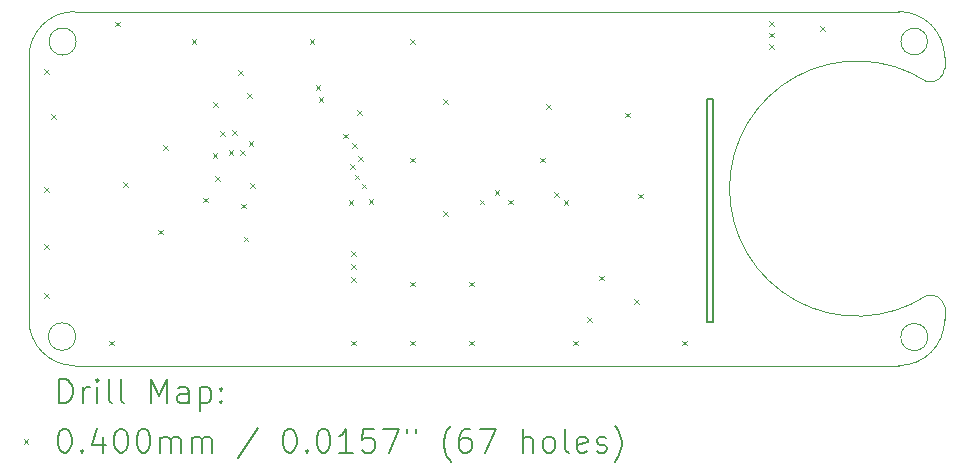
<source format=gbr>
%TF.GenerationSoftware,KiCad,Pcbnew,8.0.8-8.0.8-0~ubuntu22.04.1*%
%TF.CreationDate,2025-02-03T23:54:16+00:00*%
%TF.ProjectId,numcalcium,6e756d63-616c-4636-9975-6d2e6b696361,rev?*%
%TF.SameCoordinates,Original*%
%TF.FileFunction,Drillmap*%
%TF.FilePolarity,Positive*%
%FSLAX45Y45*%
G04 Gerber Fmt 4.5, Leading zero omitted, Abs format (unit mm)*
G04 Created by KiCad (PCBNEW 8.0.8-8.0.8-0~ubuntu22.04.1) date 2025-02-03 23:54:16*
%MOMM*%
%LPD*%
G01*
G04 APERTURE LIST*
%ADD10C,0.100000*%
%ADD11C,0.150000*%
%ADD12C,0.200000*%
G04 APERTURE END LIST*
D10*
X7704836Y4023909D02*
X7704200Y3928600D01*
D11*
X5689200Y3668420D02*
X5743340Y3668420D01*
X5743340Y1784140D01*
X5689200Y1784140D01*
X5689200Y3668420D01*
D10*
X7563045Y1654264D02*
G75*
G02*
X7333371Y1654264I-114837J0D01*
G01*
X7333371Y1654264D02*
G75*
G02*
X7563045Y1654264I114837J0D01*
G01*
X352121Y4156164D02*
G75*
G02*
X123289Y4156164I-114416J0D01*
G01*
X123289Y4156164D02*
G75*
G02*
X352121Y4156164I114416J0D01*
G01*
X348908Y1658554D02*
G75*
G02*
X116025Y1658554I-116441J0D01*
G01*
X116025Y1658554D02*
G75*
G02*
X348908Y1658554I116441J0D01*
G01*
X7704836Y1799220D02*
X7704325Y1912234D01*
X7318580Y4410169D02*
G75*
G02*
X7704838Y4023909I10J-386249D01*
G01*
X-47420Y4023909D02*
X-47420Y1799220D01*
X7704836Y1799220D02*
G75*
G02*
X7318580Y1412964I-386270J14D01*
G01*
X338836Y1412964D02*
G75*
G02*
X-47420Y1799220I-1J386255D01*
G01*
X7318580Y4410164D02*
X338836Y4410164D01*
X7704200Y3928600D02*
G75*
G02*
X7550835Y3818223I-120000J5000D01*
G01*
X7559880Y4156164D02*
G75*
G02*
X7335228Y4156164I-112326J0D01*
G01*
X7335228Y4156164D02*
G75*
G02*
X7559880Y4156164I112326J0D01*
G01*
X7550885Y2004009D02*
G75*
G02*
X7550835Y3818223I-586685J907091D01*
G01*
X-47420Y4023909D02*
G75*
G02*
X338836Y4410164I386255J0D01*
G01*
X7550885Y2004009D02*
G75*
G02*
X7704327Y1912235I37185J-111989D01*
G01*
X7318580Y1412964D02*
X338836Y1412964D01*
D12*
D10*
X79200Y3923600D02*
X119200Y3883600D01*
X119200Y3923600D02*
X79200Y3883600D01*
X79200Y2923600D02*
X119200Y2883600D01*
X119200Y2923600D02*
X79200Y2883600D01*
X79200Y2443600D02*
X119200Y2403600D01*
X119200Y2443600D02*
X79200Y2403600D01*
X79200Y2023600D02*
X119200Y1983600D01*
X119200Y2023600D02*
X79200Y1983600D01*
X139200Y3543600D02*
X179200Y3503600D01*
X179200Y3543600D02*
X139200Y3503600D01*
X629200Y1623600D02*
X669200Y1583600D01*
X669200Y1623600D02*
X629200Y1583600D01*
X679200Y4323600D02*
X719200Y4283600D01*
X719200Y4323600D02*
X679200Y4283600D01*
X749200Y2963600D02*
X789200Y2923600D01*
X789200Y2963600D02*
X749200Y2923600D01*
X1049200Y2563600D02*
X1089200Y2523600D01*
X1089200Y2563600D02*
X1049200Y2523600D01*
X1089200Y3276760D02*
X1129200Y3236760D01*
X1129200Y3276760D02*
X1089200Y3236760D01*
X1329200Y4173600D02*
X1369200Y4133600D01*
X1369200Y4173600D02*
X1329200Y4133600D01*
X1429200Y2833600D02*
X1469200Y2793600D01*
X1469200Y2833600D02*
X1429200Y2793600D01*
X1507292Y3208197D02*
X1547292Y3168197D01*
X1547292Y3208197D02*
X1507292Y3168197D01*
X1509200Y3643600D02*
X1549200Y3603600D01*
X1549200Y3643600D02*
X1509200Y3603600D01*
X1529200Y3013600D02*
X1569200Y2973600D01*
X1569200Y3013600D02*
X1529200Y2973600D01*
X1572491Y3398764D02*
X1612491Y3358764D01*
X1612491Y3398764D02*
X1572491Y3358764D01*
X1644292Y3235441D02*
X1684292Y3195441D01*
X1684292Y3235441D02*
X1644292Y3195441D01*
X1671639Y3405260D02*
X1711639Y3365260D01*
X1711639Y3405260D02*
X1671639Y3365260D01*
X1725076Y3915580D02*
X1765076Y3875580D01*
X1765076Y3915580D02*
X1725076Y3875580D01*
X1740292Y3235441D02*
X1780292Y3195441D01*
X1780292Y3235441D02*
X1740292Y3195441D01*
X1749200Y2783600D02*
X1789200Y2743600D01*
X1789200Y2783600D02*
X1749200Y2743600D01*
X1769200Y2503600D02*
X1809200Y2463600D01*
X1809200Y2503600D02*
X1769200Y2463600D01*
X1800076Y3718260D02*
X1840076Y3678260D01*
X1840076Y3718260D02*
X1800076Y3678260D01*
X1812488Y3310903D02*
X1852488Y3270903D01*
X1852488Y3310903D02*
X1812488Y3270903D01*
X1825076Y2959860D02*
X1865076Y2919860D01*
X1865076Y2959860D02*
X1825076Y2919860D01*
X2329200Y4173600D02*
X2369200Y4133600D01*
X2369200Y4173600D02*
X2329200Y4133600D01*
X2380076Y3788260D02*
X2420076Y3748260D01*
X2420076Y3788260D02*
X2380076Y3748260D01*
X2405076Y3688260D02*
X2445076Y3648260D01*
X2445076Y3688260D02*
X2405076Y3648260D01*
X2610076Y3377260D02*
X2650076Y3337260D01*
X2650076Y3377260D02*
X2610076Y3337260D01*
X2660076Y2813260D02*
X2700076Y2773260D01*
X2700076Y2813260D02*
X2660076Y2773260D01*
X2671406Y3116174D02*
X2711406Y3076174D01*
X2711406Y3116174D02*
X2671406Y3076174D01*
X2679200Y1623600D02*
X2719200Y1583600D01*
X2719200Y1623600D02*
X2679200Y1583600D01*
X2680076Y2383260D02*
X2720076Y2343260D01*
X2720076Y2383260D02*
X2680076Y2343260D01*
X2680076Y2273260D02*
X2720076Y2233260D01*
X2720076Y2273260D02*
X2680076Y2233260D01*
X2680076Y2163260D02*
X2720076Y2123260D01*
X2720076Y2163260D02*
X2680076Y2123260D01*
X2690076Y3293260D02*
X2730076Y3253260D01*
X2730076Y3293260D02*
X2690076Y3253260D01*
X2710374Y3028438D02*
X2750374Y2988438D01*
X2750374Y3028438D02*
X2710374Y2988438D01*
X2729200Y3573600D02*
X2769200Y3533600D01*
X2769200Y3573600D02*
X2729200Y3533600D01*
X2740076Y3183260D02*
X2780076Y3143260D01*
X2780076Y3183260D02*
X2740076Y3143260D01*
X2770076Y2953260D02*
X2810076Y2913260D01*
X2810076Y2953260D02*
X2770076Y2913260D01*
X2829200Y2823600D02*
X2869200Y2783600D01*
X2869200Y2823600D02*
X2829200Y2783600D01*
X3179200Y4173600D02*
X3219200Y4133600D01*
X3219200Y4173600D02*
X3179200Y4133600D01*
X3179200Y3173600D02*
X3219200Y3133600D01*
X3219200Y3173600D02*
X3179200Y3133600D01*
X3179200Y2123600D02*
X3219200Y2083600D01*
X3219200Y2123600D02*
X3179200Y2083600D01*
X3179200Y1623600D02*
X3219200Y1583600D01*
X3219200Y1623600D02*
X3179200Y1583600D01*
X3458476Y3668260D02*
X3498476Y3628260D01*
X3498476Y3668260D02*
X3458476Y3628260D01*
X3458476Y2718260D02*
X3498476Y2678260D01*
X3498476Y2718260D02*
X3458476Y2678260D01*
X3679200Y2123600D02*
X3719200Y2083600D01*
X3719200Y2123600D02*
X3679200Y2083600D01*
X3679200Y1623600D02*
X3719200Y1583600D01*
X3719200Y1623600D02*
X3679200Y1583600D01*
X3768476Y2818260D02*
X3808476Y2778260D01*
X3808476Y2818260D02*
X3768476Y2778260D01*
X3894849Y2898760D02*
X3934849Y2858760D01*
X3934849Y2898760D02*
X3894849Y2858760D01*
X4008476Y2818260D02*
X4048476Y2778260D01*
X4048476Y2818260D02*
X4008476Y2778260D01*
X4279200Y3173600D02*
X4319200Y3133600D01*
X4319200Y3173600D02*
X4279200Y3133600D01*
X4329200Y3623600D02*
X4369200Y3583600D01*
X4369200Y3623600D02*
X4329200Y3583600D01*
X4399200Y2881568D02*
X4439200Y2841568D01*
X4439200Y2881568D02*
X4399200Y2841568D01*
X4478668Y2813068D02*
X4518668Y2773068D01*
X4518668Y2813068D02*
X4478668Y2773068D01*
X4559200Y1623600D02*
X4599200Y1583600D01*
X4599200Y1623600D02*
X4559200Y1583600D01*
X4679200Y1823600D02*
X4719200Y1783600D01*
X4719200Y1823600D02*
X4679200Y1783600D01*
X4779200Y2173600D02*
X4819200Y2133600D01*
X4819200Y2173600D02*
X4779200Y2133600D01*
X4999200Y3553600D02*
X5039200Y3513600D01*
X5039200Y3553600D02*
X4999200Y3513600D01*
X5079200Y1973600D02*
X5119200Y1933600D01*
X5119200Y1973600D02*
X5079200Y1933600D01*
X5108476Y2868260D02*
X5148476Y2828260D01*
X5148476Y2868260D02*
X5108476Y2828260D01*
X5479945Y1623600D02*
X5519945Y1583600D01*
X5519945Y1623600D02*
X5479945Y1583600D01*
X6217272Y4327104D02*
X6257272Y4287104D01*
X6257272Y4327104D02*
X6217272Y4287104D01*
X6219200Y4134600D02*
X6259200Y4094600D01*
X6259200Y4134600D02*
X6219200Y4094600D01*
X6220729Y4231166D02*
X6260729Y4191166D01*
X6260729Y4231166D02*
X6220729Y4191166D01*
X6649200Y4283600D02*
X6689200Y4243600D01*
X6689200Y4283600D02*
X6649200Y4243600D01*
D12*
X208357Y1096480D02*
X208357Y1296480D01*
X208357Y1296480D02*
X255976Y1296480D01*
X255976Y1296480D02*
X284548Y1286957D01*
X284548Y1286957D02*
X303595Y1267909D01*
X303595Y1267909D02*
X313119Y1248861D01*
X313119Y1248861D02*
X322643Y1210766D01*
X322643Y1210766D02*
X322643Y1182195D01*
X322643Y1182195D02*
X313119Y1144099D01*
X313119Y1144099D02*
X303595Y1125052D01*
X303595Y1125052D02*
X284548Y1106004D01*
X284548Y1106004D02*
X255976Y1096480D01*
X255976Y1096480D02*
X208357Y1096480D01*
X408357Y1096480D02*
X408357Y1229814D01*
X408357Y1191718D02*
X417881Y1210766D01*
X417881Y1210766D02*
X427405Y1220290D01*
X427405Y1220290D02*
X446452Y1229814D01*
X446452Y1229814D02*
X465500Y1229814D01*
X532167Y1096480D02*
X532167Y1229814D01*
X532167Y1296480D02*
X522643Y1286957D01*
X522643Y1286957D02*
X532167Y1277433D01*
X532167Y1277433D02*
X541690Y1286957D01*
X541690Y1286957D02*
X532167Y1296480D01*
X532167Y1296480D02*
X532167Y1277433D01*
X655976Y1096480D02*
X636928Y1106004D01*
X636928Y1106004D02*
X627405Y1125052D01*
X627405Y1125052D02*
X627405Y1296480D01*
X760738Y1096480D02*
X741690Y1106004D01*
X741690Y1106004D02*
X732166Y1125052D01*
X732166Y1125052D02*
X732166Y1296480D01*
X989309Y1096480D02*
X989309Y1296480D01*
X989309Y1296480D02*
X1055976Y1153623D01*
X1055976Y1153623D02*
X1122643Y1296480D01*
X1122643Y1296480D02*
X1122643Y1096480D01*
X1303595Y1096480D02*
X1303595Y1201242D01*
X1303595Y1201242D02*
X1294071Y1220290D01*
X1294071Y1220290D02*
X1275024Y1229814D01*
X1275024Y1229814D02*
X1236928Y1229814D01*
X1236928Y1229814D02*
X1217881Y1220290D01*
X1303595Y1106004D02*
X1284548Y1096480D01*
X1284548Y1096480D02*
X1236928Y1096480D01*
X1236928Y1096480D02*
X1217881Y1106004D01*
X1217881Y1106004D02*
X1208357Y1125052D01*
X1208357Y1125052D02*
X1208357Y1144099D01*
X1208357Y1144099D02*
X1217881Y1163147D01*
X1217881Y1163147D02*
X1236928Y1172671D01*
X1236928Y1172671D02*
X1284548Y1172671D01*
X1284548Y1172671D02*
X1303595Y1182195D01*
X1398833Y1229814D02*
X1398833Y1029814D01*
X1398833Y1220290D02*
X1417881Y1229814D01*
X1417881Y1229814D02*
X1455976Y1229814D01*
X1455976Y1229814D02*
X1475024Y1220290D01*
X1475024Y1220290D02*
X1484547Y1210766D01*
X1484547Y1210766D02*
X1494071Y1191718D01*
X1494071Y1191718D02*
X1494071Y1134576D01*
X1494071Y1134576D02*
X1484547Y1115528D01*
X1484547Y1115528D02*
X1475024Y1106004D01*
X1475024Y1106004D02*
X1455976Y1096480D01*
X1455976Y1096480D02*
X1417881Y1096480D01*
X1417881Y1096480D02*
X1398833Y1106004D01*
X1579786Y1115528D02*
X1589309Y1106004D01*
X1589309Y1106004D02*
X1579786Y1096480D01*
X1579786Y1096480D02*
X1570262Y1106004D01*
X1570262Y1106004D02*
X1579786Y1115528D01*
X1579786Y1115528D02*
X1579786Y1096480D01*
X1579786Y1220290D02*
X1589309Y1210766D01*
X1589309Y1210766D02*
X1579786Y1201242D01*
X1579786Y1201242D02*
X1570262Y1210766D01*
X1570262Y1210766D02*
X1579786Y1220290D01*
X1579786Y1220290D02*
X1579786Y1201242D01*
D10*
X-92420Y787964D02*
X-52420Y747964D01*
X-52420Y787964D02*
X-92420Y747964D01*
D12*
X246452Y876480D02*
X265500Y876480D01*
X265500Y876480D02*
X284548Y866956D01*
X284548Y866956D02*
X294071Y857433D01*
X294071Y857433D02*
X303595Y838385D01*
X303595Y838385D02*
X313119Y800290D01*
X313119Y800290D02*
X313119Y752671D01*
X313119Y752671D02*
X303595Y714576D01*
X303595Y714576D02*
X294071Y695528D01*
X294071Y695528D02*
X284548Y686004D01*
X284548Y686004D02*
X265500Y676480D01*
X265500Y676480D02*
X246452Y676480D01*
X246452Y676480D02*
X227405Y686004D01*
X227405Y686004D02*
X217881Y695528D01*
X217881Y695528D02*
X208357Y714576D01*
X208357Y714576D02*
X198833Y752671D01*
X198833Y752671D02*
X198833Y800290D01*
X198833Y800290D02*
X208357Y838385D01*
X208357Y838385D02*
X217881Y857433D01*
X217881Y857433D02*
X227405Y866956D01*
X227405Y866956D02*
X246452Y876480D01*
X398833Y695528D02*
X408357Y686004D01*
X408357Y686004D02*
X398833Y676480D01*
X398833Y676480D02*
X389309Y686004D01*
X389309Y686004D02*
X398833Y695528D01*
X398833Y695528D02*
X398833Y676480D01*
X579786Y809814D02*
X579786Y676480D01*
X532167Y886004D02*
X484547Y743147D01*
X484547Y743147D02*
X608357Y743147D01*
X722643Y876480D02*
X741690Y876480D01*
X741690Y876480D02*
X760738Y866956D01*
X760738Y866956D02*
X770262Y857433D01*
X770262Y857433D02*
X779786Y838385D01*
X779786Y838385D02*
X789309Y800290D01*
X789309Y800290D02*
X789309Y752671D01*
X789309Y752671D02*
X779786Y714576D01*
X779786Y714576D02*
X770262Y695528D01*
X770262Y695528D02*
X760738Y686004D01*
X760738Y686004D02*
X741690Y676480D01*
X741690Y676480D02*
X722643Y676480D01*
X722643Y676480D02*
X703595Y686004D01*
X703595Y686004D02*
X694071Y695528D01*
X694071Y695528D02*
X684548Y714576D01*
X684548Y714576D02*
X675024Y752671D01*
X675024Y752671D02*
X675024Y800290D01*
X675024Y800290D02*
X684548Y838385D01*
X684548Y838385D02*
X694071Y857433D01*
X694071Y857433D02*
X703595Y866956D01*
X703595Y866956D02*
X722643Y876480D01*
X913119Y876480D02*
X932167Y876480D01*
X932167Y876480D02*
X951214Y866956D01*
X951214Y866956D02*
X960738Y857433D01*
X960738Y857433D02*
X970262Y838385D01*
X970262Y838385D02*
X979786Y800290D01*
X979786Y800290D02*
X979786Y752671D01*
X979786Y752671D02*
X970262Y714576D01*
X970262Y714576D02*
X960738Y695528D01*
X960738Y695528D02*
X951214Y686004D01*
X951214Y686004D02*
X932167Y676480D01*
X932167Y676480D02*
X913119Y676480D01*
X913119Y676480D02*
X894071Y686004D01*
X894071Y686004D02*
X884547Y695528D01*
X884547Y695528D02*
X875024Y714576D01*
X875024Y714576D02*
X865500Y752671D01*
X865500Y752671D02*
X865500Y800290D01*
X865500Y800290D02*
X875024Y838385D01*
X875024Y838385D02*
X884547Y857433D01*
X884547Y857433D02*
X894071Y866956D01*
X894071Y866956D02*
X913119Y876480D01*
X1065500Y676480D02*
X1065500Y809814D01*
X1065500Y790766D02*
X1075024Y800290D01*
X1075024Y800290D02*
X1094071Y809814D01*
X1094071Y809814D02*
X1122643Y809814D01*
X1122643Y809814D02*
X1141690Y800290D01*
X1141690Y800290D02*
X1151214Y781242D01*
X1151214Y781242D02*
X1151214Y676480D01*
X1151214Y781242D02*
X1160738Y800290D01*
X1160738Y800290D02*
X1179786Y809814D01*
X1179786Y809814D02*
X1208357Y809814D01*
X1208357Y809814D02*
X1227405Y800290D01*
X1227405Y800290D02*
X1236929Y781242D01*
X1236929Y781242D02*
X1236929Y676480D01*
X1332167Y676480D02*
X1332167Y809814D01*
X1332167Y790766D02*
X1341690Y800290D01*
X1341690Y800290D02*
X1360738Y809814D01*
X1360738Y809814D02*
X1389310Y809814D01*
X1389310Y809814D02*
X1408357Y800290D01*
X1408357Y800290D02*
X1417881Y781242D01*
X1417881Y781242D02*
X1417881Y676480D01*
X1417881Y781242D02*
X1427405Y800290D01*
X1427405Y800290D02*
X1446452Y809814D01*
X1446452Y809814D02*
X1475024Y809814D01*
X1475024Y809814D02*
X1494071Y800290D01*
X1494071Y800290D02*
X1503595Y781242D01*
X1503595Y781242D02*
X1503595Y676480D01*
X1894071Y886004D02*
X1722643Y628861D01*
X2151214Y876480D02*
X2170262Y876480D01*
X2170262Y876480D02*
X2189310Y866956D01*
X2189310Y866956D02*
X2198833Y857433D01*
X2198833Y857433D02*
X2208357Y838385D01*
X2208357Y838385D02*
X2217881Y800290D01*
X2217881Y800290D02*
X2217881Y752671D01*
X2217881Y752671D02*
X2208357Y714576D01*
X2208357Y714576D02*
X2198833Y695528D01*
X2198833Y695528D02*
X2189310Y686004D01*
X2189310Y686004D02*
X2170262Y676480D01*
X2170262Y676480D02*
X2151214Y676480D01*
X2151214Y676480D02*
X2132167Y686004D01*
X2132167Y686004D02*
X2122643Y695528D01*
X2122643Y695528D02*
X2113119Y714576D01*
X2113119Y714576D02*
X2103595Y752671D01*
X2103595Y752671D02*
X2103595Y800290D01*
X2103595Y800290D02*
X2113119Y838385D01*
X2113119Y838385D02*
X2122643Y857433D01*
X2122643Y857433D02*
X2132167Y866956D01*
X2132167Y866956D02*
X2151214Y876480D01*
X2303595Y695528D02*
X2313119Y686004D01*
X2313119Y686004D02*
X2303595Y676480D01*
X2303595Y676480D02*
X2294072Y686004D01*
X2294072Y686004D02*
X2303595Y695528D01*
X2303595Y695528D02*
X2303595Y676480D01*
X2436929Y876480D02*
X2455976Y876480D01*
X2455976Y876480D02*
X2475024Y866956D01*
X2475024Y866956D02*
X2484548Y857433D01*
X2484548Y857433D02*
X2494072Y838385D01*
X2494072Y838385D02*
X2503595Y800290D01*
X2503595Y800290D02*
X2503595Y752671D01*
X2503595Y752671D02*
X2494072Y714576D01*
X2494072Y714576D02*
X2484548Y695528D01*
X2484548Y695528D02*
X2475024Y686004D01*
X2475024Y686004D02*
X2455976Y676480D01*
X2455976Y676480D02*
X2436929Y676480D01*
X2436929Y676480D02*
X2417881Y686004D01*
X2417881Y686004D02*
X2408357Y695528D01*
X2408357Y695528D02*
X2398833Y714576D01*
X2398833Y714576D02*
X2389310Y752671D01*
X2389310Y752671D02*
X2389310Y800290D01*
X2389310Y800290D02*
X2398833Y838385D01*
X2398833Y838385D02*
X2408357Y857433D01*
X2408357Y857433D02*
X2417881Y866956D01*
X2417881Y866956D02*
X2436929Y876480D01*
X2694072Y676480D02*
X2579786Y676480D01*
X2636929Y676480D02*
X2636929Y876480D01*
X2636929Y876480D02*
X2617881Y847909D01*
X2617881Y847909D02*
X2598833Y828861D01*
X2598833Y828861D02*
X2579786Y819337D01*
X2875024Y876480D02*
X2779786Y876480D01*
X2779786Y876480D02*
X2770262Y781242D01*
X2770262Y781242D02*
X2779786Y790766D01*
X2779786Y790766D02*
X2798833Y800290D01*
X2798833Y800290D02*
X2846452Y800290D01*
X2846452Y800290D02*
X2865500Y790766D01*
X2865500Y790766D02*
X2875024Y781242D01*
X2875024Y781242D02*
X2884548Y762195D01*
X2884548Y762195D02*
X2884548Y714576D01*
X2884548Y714576D02*
X2875024Y695528D01*
X2875024Y695528D02*
X2865500Y686004D01*
X2865500Y686004D02*
X2846452Y676480D01*
X2846452Y676480D02*
X2798833Y676480D01*
X2798833Y676480D02*
X2779786Y686004D01*
X2779786Y686004D02*
X2770262Y695528D01*
X2951214Y876480D02*
X3084548Y876480D01*
X3084548Y876480D02*
X2998833Y676480D01*
X3151214Y876480D02*
X3151214Y838385D01*
X3227405Y876480D02*
X3227405Y838385D01*
X3522643Y600290D02*
X3513119Y609814D01*
X3513119Y609814D02*
X3494072Y638385D01*
X3494072Y638385D02*
X3484548Y657433D01*
X3484548Y657433D02*
X3475024Y686004D01*
X3475024Y686004D02*
X3465500Y733623D01*
X3465500Y733623D02*
X3465500Y771718D01*
X3465500Y771718D02*
X3475024Y819337D01*
X3475024Y819337D02*
X3484548Y847909D01*
X3484548Y847909D02*
X3494072Y866956D01*
X3494072Y866956D02*
X3513119Y895528D01*
X3513119Y895528D02*
X3522643Y905052D01*
X3684548Y876480D02*
X3646452Y876480D01*
X3646452Y876480D02*
X3627405Y866956D01*
X3627405Y866956D02*
X3617881Y857433D01*
X3617881Y857433D02*
X3598833Y828861D01*
X3598833Y828861D02*
X3589310Y790766D01*
X3589310Y790766D02*
X3589310Y714576D01*
X3589310Y714576D02*
X3598833Y695528D01*
X3598833Y695528D02*
X3608357Y686004D01*
X3608357Y686004D02*
X3627405Y676480D01*
X3627405Y676480D02*
X3665500Y676480D01*
X3665500Y676480D02*
X3684548Y686004D01*
X3684548Y686004D02*
X3694072Y695528D01*
X3694072Y695528D02*
X3703595Y714576D01*
X3703595Y714576D02*
X3703595Y762195D01*
X3703595Y762195D02*
X3694072Y781242D01*
X3694072Y781242D02*
X3684548Y790766D01*
X3684548Y790766D02*
X3665500Y800290D01*
X3665500Y800290D02*
X3627405Y800290D01*
X3627405Y800290D02*
X3608357Y790766D01*
X3608357Y790766D02*
X3598833Y781242D01*
X3598833Y781242D02*
X3589310Y762195D01*
X3770262Y876480D02*
X3903595Y876480D01*
X3903595Y876480D02*
X3817881Y676480D01*
X4132167Y676480D02*
X4132167Y876480D01*
X4217881Y676480D02*
X4217881Y781242D01*
X4217881Y781242D02*
X4208357Y800290D01*
X4208357Y800290D02*
X4189310Y809814D01*
X4189310Y809814D02*
X4160738Y809814D01*
X4160738Y809814D02*
X4141691Y800290D01*
X4141691Y800290D02*
X4132167Y790766D01*
X4341691Y676480D02*
X4322643Y686004D01*
X4322643Y686004D02*
X4313119Y695528D01*
X4313119Y695528D02*
X4303596Y714576D01*
X4303596Y714576D02*
X4303596Y771718D01*
X4303596Y771718D02*
X4313119Y790766D01*
X4313119Y790766D02*
X4322643Y800290D01*
X4322643Y800290D02*
X4341691Y809814D01*
X4341691Y809814D02*
X4370262Y809814D01*
X4370262Y809814D02*
X4389310Y800290D01*
X4389310Y800290D02*
X4398834Y790766D01*
X4398834Y790766D02*
X4408357Y771718D01*
X4408357Y771718D02*
X4408357Y714576D01*
X4408357Y714576D02*
X4398834Y695528D01*
X4398834Y695528D02*
X4389310Y686004D01*
X4389310Y686004D02*
X4370262Y676480D01*
X4370262Y676480D02*
X4341691Y676480D01*
X4522643Y676480D02*
X4503596Y686004D01*
X4503596Y686004D02*
X4494072Y705052D01*
X4494072Y705052D02*
X4494072Y876480D01*
X4675024Y686004D02*
X4655977Y676480D01*
X4655977Y676480D02*
X4617881Y676480D01*
X4617881Y676480D02*
X4598834Y686004D01*
X4598834Y686004D02*
X4589310Y705052D01*
X4589310Y705052D02*
X4589310Y781242D01*
X4589310Y781242D02*
X4598834Y800290D01*
X4598834Y800290D02*
X4617881Y809814D01*
X4617881Y809814D02*
X4655977Y809814D01*
X4655977Y809814D02*
X4675024Y800290D01*
X4675024Y800290D02*
X4684548Y781242D01*
X4684548Y781242D02*
X4684548Y762195D01*
X4684548Y762195D02*
X4589310Y743147D01*
X4760738Y686004D02*
X4779786Y676480D01*
X4779786Y676480D02*
X4817881Y676480D01*
X4817881Y676480D02*
X4836929Y686004D01*
X4836929Y686004D02*
X4846453Y705052D01*
X4846453Y705052D02*
X4846453Y714576D01*
X4846453Y714576D02*
X4836929Y733623D01*
X4836929Y733623D02*
X4817881Y743147D01*
X4817881Y743147D02*
X4789310Y743147D01*
X4789310Y743147D02*
X4770262Y752671D01*
X4770262Y752671D02*
X4760738Y771718D01*
X4760738Y771718D02*
X4760738Y781242D01*
X4760738Y781242D02*
X4770262Y800290D01*
X4770262Y800290D02*
X4789310Y809814D01*
X4789310Y809814D02*
X4817881Y809814D01*
X4817881Y809814D02*
X4836929Y800290D01*
X4913119Y600290D02*
X4922643Y609814D01*
X4922643Y609814D02*
X4941691Y638385D01*
X4941691Y638385D02*
X4951215Y657433D01*
X4951215Y657433D02*
X4960738Y686004D01*
X4960738Y686004D02*
X4970262Y733623D01*
X4970262Y733623D02*
X4970262Y771718D01*
X4970262Y771718D02*
X4960738Y819337D01*
X4960738Y819337D02*
X4951215Y847909D01*
X4951215Y847909D02*
X4941691Y866956D01*
X4941691Y866956D02*
X4922643Y895528D01*
X4922643Y895528D02*
X4913119Y905052D01*
M02*

</source>
